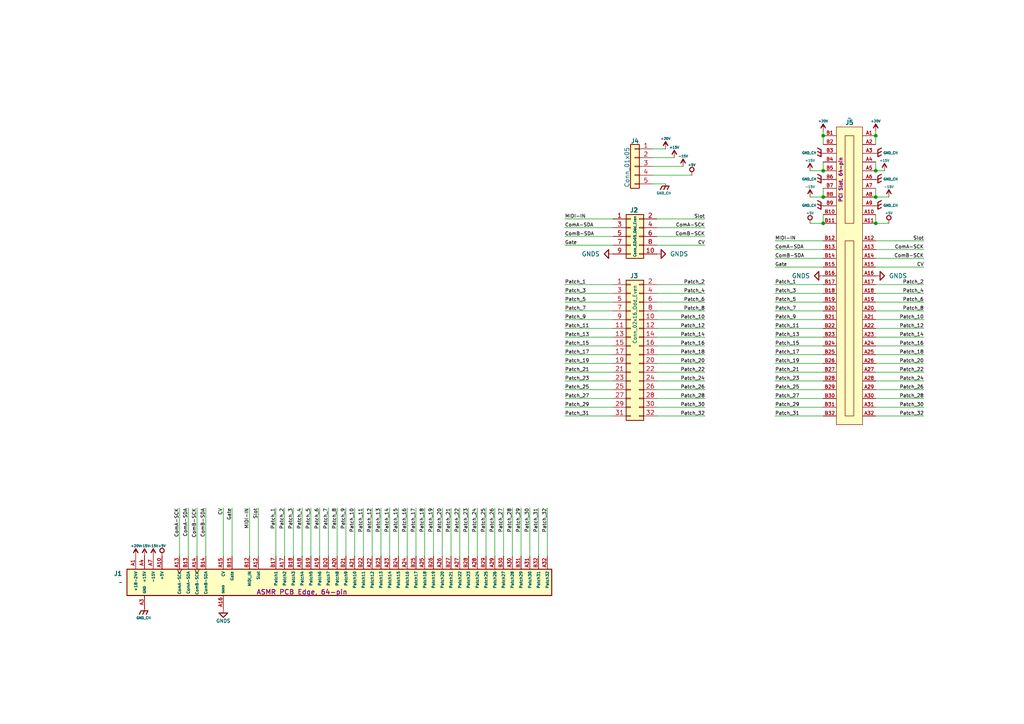
<source format=kicad_sch>
(kicad_sch (version 20250114) (generator "eeschema") (generator_version "9.0")
  (paper "A4")
  (title_block (title "ASMR - Edge Card and Socket Text PCB") (date "2025-08-17") (rev "A") (company "by Circuit Monkey"))
  (lib_symbols
    (symbol "CM_Connector_Edge:ASMR-64-Edge" (in_bom no)
      (property "Reference" "J" (at -36.83 1.27 0))
      (property "Description" "ASMR PCB Edge, 64-pin" (at 20.32 -1.27 0))
      (symbol "ASMR-64-Edge_1_1"
        (rectangle (start -35.56 5.08) (end 87.63 -2.54) (stroke (width 0.3)) (fill (type background)))
        (pin power_out line (at -33.02 8.89 270) (length 3.81) (name "+18-24V") (number "A1"))
        (pin power_out line (at -33.02 8.89 270) (length 3.81) (hide yes) (name "+18-24V") (number "A2"))
        (pin power_out line (at -33.02 8.89 270) (length 3.81) (hide yes) (name "+18-24V") (number "B1"))
        (pin power_out line (at -33.02 8.89 270) (length 3.81) (hide yes) (name "+18-24V") (number "B2"))
        (pin power_out line (at -30.48 8.89 270) (length 3.81) (name "+15V") (number "A4"))
        (pin power_out line (at -30.48 8.89 270) (length 3.81) (hide yes) (name "+15V") (number "A5"))
        (pin power_out line (at -30.48 8.89 270) (length 3.81) (hide yes) (name "+15V") (number "B4"))
        (pin power_out line (at -30.48 8.89 270) (length 3.81) (hide yes) (name "+15V") (number "B5"))
        (pin power_out line (at -30.48 -6.35 90) (length 3.81) (name "GND") (number "A3"))
        (pin power_out line (at -30.48 -6.35 90) (length 3.81) (hide yes) (name "GND") (number "A6"))
        (pin power_out line (at -30.48 -6.35 90) (length 3.81) (hide yes) (name "GND") (number "A9"))
        (pin power_out line (at -30.48 -6.35 90) (length 3.81) (hide yes) (name "GND") (number "B3"))
        (pin power_out line (at -30.48 -6.35 90) (length 3.81) (hide yes) (name "GND") (number "B6"))
        (pin power_out line (at -30.48 -6.35 90) (length 3.81) (hide yes) (name "GND") (number "B9"))
        (pin power_out line (at -27.94 8.89 270) (length 3.81) (name "-15V") (number "A7"))
        (pin power_out line (at -27.94 8.89 270) (length 3.81) (hide yes) (name "-15V") (number "A8"))
        (pin power_out line (at -27.94 8.89 270) (length 3.81) (hide yes) (name "-15V") (number "B7"))
        (pin power_out line (at -27.94 8.89 270) (length 3.81) (hide yes) (name "-15V") (number "B8"))
        (pin power_out line (at -25.4 8.89 270) (length 3.81) (name "+5V") (number "A10"))
        (pin power_out line (at -25.4 8.89 270) (length 3.81) (hide yes) (name "+5V") (number "A11"))
        (pin power_out line (at -25.4 8.89 270) (length 3.81) (hide yes) (name "+5V") (number "B10"))
        (pin power_out line (at -25.4 8.89 270) (length 3.81) (hide yes) (name "+5V") (number "B11"))
        (pin passive clock (at -20.32 8.89 270) (length 3.81) (name "ComA-SCK") (number "A13"))
        (pin passive line (at -17.78 8.89 270) (length 3.81) (name "ComA-SDA") (number "B13"))
        (pin passive clock (at -15.24 8.89 270) (length 3.81) (name "ComB-SCK") (number "A14"))
        (pin passive line (at -12.7 8.89 270) (length 3.81) (name "ComB-SDA") (number "B14"))
        (pin passive line (at -7.62 8.89 270) (length 3.81) (name "CV") (number "A15"))
        (pin passive line (at -7.62 -6.35 90) (length 3.81) (name "SGND") (number "A16"))
        (pin passive line (at -7.62 -6.35 90) (length 3.81) (hide yes) (name "SGND") (number "B16"))
        (pin passive line (at -5.08 8.89 270) (length 3.81) (name "Gate") (number "B15"))
        (pin output line (at 0 8.89 270) (length 3.81) (name "MIDI_IN") (number "B12"))
        (pin passive line (at 2.54 8.89 270) (length 3.81) (name "Slot") (number "A12"))
        (pin passive line (at 7.62 8.89 270) (length 3.81) (name "Patch1") (number "B17"))
        (pin passive line (at 10.16 8.89 270) (length 3.81) (name "Patch2") (number "A17"))
        (pin passive line (at 12.7 8.89 270) (length 3.81) (name "Patch3") (number "B18"))
        (pin passive line (at 15.24 8.89 270) (length 3.81) (name "Patch4") (number "A18"))
        (pin passive line (at 17.78 8.89 270) (length 3.81) (name "Patch5") (number "B19"))
        (pin passive line (at 20.32 8.89 270) (length 3.81) (name "Patch6") (number "A19"))
        (pin passive line (at 22.86 8.89 270) (length 3.81) (name "Patch7") (number "B20"))
        (pin passive line (at 25.4 8.89 270) (length 3.81) (name "Patch8") (number "A20"))
        (pin passive line (at 27.94 8.89 270) (length 3.81) (name "Patch9") (number "B21"))
        (pin passive line (at 30.48 8.89 270) (length 3.81) (name "Patch10") (number "A21"))
        (pin passive line (at 33.02 8.89 270) (length 3.81) (name "Patch11") (number "B22"))
        (pin passive line (at 35.56 8.89 270) (length 3.81) (name "Patch12") (number "A22"))
        (pin passive line (at 38.1 8.89 270) (length 3.81) (name "Patch13") (number "B23"))
        (pin passive line (at 40.64 8.89 270) (length 3.81) (name "Patch14") (number "A23"))
        (pin passive line (at 43.18 8.89 270) (length 3.81) (name "Patch15") (number "B24"))
        (pin passive line (at 45.72 8.89 270) (length 3.81) (name "Patch16") (number "A24"))
        (pin passive line (at 48.26 8.89 270) (length 3.81) (name "Patch17") (number "B25"))
        (pin passive line (at 50.8 8.89 270) (length 3.81) (name "Patch18") (number "A25"))
        (pin passive line (at 53.34 8.89 270) (length 3.81) (name "Patch19") (number "B26"))
        (pin passive line (at 55.88 8.89 270) (length 3.81) (name "Patch20") (number "A26"))
        (pin passive line (at 58.42 8.89 270) (length 3.81) (name "Patch21") (number "B27"))
        (pin passive line (at 60.96 8.89 270) (length 3.81) (name "Patch22") (number "A27"))
        (pin passive line (at 63.5 8.89 270) (length 3.81) (name "Patch23") (number "B28"))
        (pin passive line (at 66.04 8.89 270) (length 3.81) (name "Patch24") (number "A28"))
        (pin passive line (at 68.58 8.89 270) (length 3.81) (name "Patch25") (number "B29"))
        (pin passive line (at 71.12 8.89 270) (length 3.81) (name "Patch26") (number "A29"))
        (pin passive line (at 73.66 8.89 270) (length 3.81) (name "Patch27") (number "B30"))
        (pin passive line (at 76.2 8.89 270) (length 3.81) (name "Patch28") (number "A30"))
        (pin passive line (at 78.74 8.89 270) (length 3.81) (name "Patch29") (number "B31"))
        (pin passive line (at 81.28 8.89 270) (length 3.81) (name "Patch30") (number "A31"))
        (pin passive line (at 83.82 8.89 270) (length 3.81) (name "Patch31") (number "B32"))
        (pin passive line (at 86.36 8.89 270) (length 3.81) (name "Patch32") (number "A32"))
      )
    )
    (symbol "CM_Connector_Edge:PCIe-64" (pin_names (hide yes))
      (property "Reference" "J" (at 0 31.75 0))
      (property "Description" "PCI Slot, 64-pin" (at -2.54 15.24 90))
      (symbol "PCIe-64_0_1"
        (rectangle (start -1.27 27.94) (end 1.27 2.54) (fill (type color) (color 132 132 0 0.31)))
        (rectangle (start -1.27 -2.54) (end 1.27 -53.34) (fill (type color) (color 132 132 0 0.31)))
      )
      (symbol "PCIe-64_1_1"
        (rectangle (start -3.81 30.48) (end 3.81 -55.88) (fill (type background)))
        (pin power_in line (at -7.62 27.94 0) (length 3.81) (name "B1") (number "B1"))
        (pin power_in line (at -7.62 25.4 0) (length 3.81) (name "B2") (number "B2"))
        (pin power_in line (at -7.62 22.86 0) (length 3.81) (name "B3") (number "B3"))
        (pin power_in line (at -7.62 20.32 0) (length 3.81) (name "B4") (number "B4"))
        (pin power_in line (at -7.62 17.78 0) (length 3.81) (name "B5") (number "B5"))
        (pin power_in line (at -7.62 15.24 0) (length 3.81) (name "B6") (number "B6"))
        (pin power_in line (at -7.62 12.7 0) (length 3.81) (name "B7") (number "B7"))
        (pin passive line (at -7.62 10.16 0) (length 3.81) (name "B8") (number "B8"))
        (pin passive line (at -7.62 7.62 0) (length 3.81) (name "B9") (number "B9"))
        (pin passive line (at -7.62 5.08 0) (length 3.81) (name "B10") (number "B10"))
        (pin passive line (at -7.62 2.54 0) (length 3.81) (name "B11") (number "B11"))
        (pin passive line (at -7.62 -2.54 0) (length 3.81) (name "B12") (number "B12"))
        (pin passive line (at -7.62 -5.08 0) (length 3.81) (name "B13") (number "B13"))
        (pin passive line (at -7.62 -7.62 0) (length 3.81) (name "B14") (number "B14"))
        (pin passive line (at -7.62 -10.16 0) (length 3.81) (name "B15") (number "B15"))
        (pin passive line (at -7.62 -12.7 0) (length 3.81) (name "B16") (number "B16"))
        (pin passive line (at -7.62 -15.24 0) (length 3.81) (name "B17") (number "B17"))
        (pin passive line (at -7.62 -17.78 0) (length 3.81) (name "B18") (number "B18"))
        (pin passive line (at -7.62 -20.32 0) (length 3.81) (name "B19") (number "B19"))
        (pin passive line (at -7.62 -22.86 0) (length 3.81) (name "B20") (number "B20"))
        (pin passive line (at -7.62 -25.4 0) (length 3.81) (name "B21") (number "B21"))
        (pin passive line (at -7.62 -27.94 0) (length 3.81) (name "B22") (number "B22"))
        (pin passive line (at -7.62 -30.48 0) (length 3.81) (name "B23") (number "B23"))
        (pin passive line (at -7.62 -33.02 0) (length 3.81) (name "B24") (number "B24"))
        (pin passive line (at -7.62 -35.56 0) (length 3.81) (name "B25") (number "B25"))
        (pin passive line (at -7.62 -38.1 0) (length 3.81) (name "B26") (number "B26"))
        (pin passive line (at -7.62 -40.64 0) (length 3.81) (name "B27") (number "B27"))
        (pin passive line (at -7.62 -43.18 0) (length 3.81) (name "B28") (number "B28"))
        (pin passive line (at -7.62 -45.72 0) (length 3.81) (name "B29") (number "B29"))
        (pin passive line (at -7.62 -48.26 0) (length 3.81) (name "B30") (number "B30"))
        (pin passive line (at -7.62 -50.8 0) (length 3.81) (name "B31") (number "B31"))
        (pin passive line (at -7.62 -53.34 0) (length 3.81) (name "B32") (number "B32"))
        (pin power_in line (at 7.62 27.94 180) (length 3.81) (name "A1") (number "A1"))
        (pin power_in line (at 7.62 25.4 180) (length 3.81) (name "A2") (number "A2"))
        (pin power_in line (at 7.62 22.86 180) (length 3.81) (name "A3") (number "A3"))
        (pin power_in line (at 7.62 20.32 180) (length 3.81) (name "A4") (number "A4"))
        (pin power_in line (at 7.62 17.78 180) (length 3.81) (name "A5") (number "A5"))
        (pin power_in line (at 7.62 15.24 180) (length 3.81) (name "A6") (number "A6"))
        (pin power_in line (at 7.62 12.7 180) (length 3.81) (name "A7") (number "A7"))
        (pin passive line (at 7.62 10.16 180) (length 3.81) (name "A8") (number "A8"))
        (pin passive line (at 7.62 7.62 180) (length 3.81) (name "A9") (number "A9"))
        (pin passive line (at 7.62 5.08 180) (length 3.81) (name "A10") (number "A10"))
        (pin passive line (at 7.62 2.54 180) (length 3.81) (name "A11") (number "A11"))
        (pin passive line (at 7.62 -2.54 180) (length 3.81) (name "A12") (number "A12"))
        (pin passive line (at 7.62 -5.08 180) (length 3.81) (name "A13") (number "A13"))
        (pin passive line (at 7.62 -7.62 180) (length 3.81) (name "A14") (number "A14"))
        (pin passive line (at 7.62 -10.16 180) (length 3.81) (name "A15") (number "A15"))
        (pin passive line (at 7.62 -12.7 180) (length 3.81) (name "A16") (number "A16"))
        (pin passive line (at 7.62 -15.24 180) (length 3.81) (name "A17") (number "A17"))
        (pin passive line (at 7.62 -17.78 180) (length 3.81) (name "A18") (number "A18"))
        (pin passive line (at 7.62 -20.32 180) (length 3.81) (name "A19") (number "A19"))
        (pin passive line (at 7.62 -22.86 180) (length 3.81) (name "A20") (number "A20"))
        (pin passive line (at 7.62 -25.4 180) (length 3.81) (name "A21") (number "A21"))
        (pin passive line (at 7.62 -27.94 180) (length 3.81) (name "A22") (number "A22"))
        (pin passive line (at 7.62 -30.48 180) (length 3.81) (name "A23") (number "A23"))
        (pin passive line (at 7.62 -33.02 180) (length 3.81) (name "A24") (number "A24"))
        (pin passive line (at 7.62 -35.56 180) (length 3.81) (name "A25") (number "A25"))
        (pin passive line (at 7.62 -38.1 180) (length 3.81) (name "A26") (number "A26"))
        (pin passive line (at 7.62 -40.64 180) (length 3.81) (name "A27") (number "A27"))
        (pin passive line (at 7.62 -43.18 180) (length 3.81) (name "A28") (number "A28"))
        (pin passive line (at 7.62 -45.72 180) (length 3.81) (name "A29") (number "A29"))
        (pin passive line (at 7.62 -48.26 180) (length 3.81) (name "A30") (number "A30"))
        (pin passive line (at 7.62 -50.8 180) (length 3.81) (name "A31") (number "A31"))
        (pin passive line (at 7.62 -53.34 180) (length 3.81) (name "A32") (number "A32"))
      )
    )
    (symbol "CM_power:+15V" (power) (pin_numbers (hide yes)) (pin_names (offset 0) (hide yes))
      (property "Value" "+15V" (at 0 2.5 0))
      (symbol "+15V_0_1"
        (polyline (pts (xy -0.625 1) (xy 0 2.125) (xy 0.625 1)) (stroke (width 0.33)))
        (polyline (pts (xy 0 0) (xy 0 2)))
      )
      (symbol "+15V_1_1"
        (pin power_in line (at 0 0 90) (length 0) (name "~") (number "1"))
      )
    )
    (symbol "CM_power:+20V" (power) (pin_numbers (hide yes)) (pin_names (offset 0) (hide yes))
      (property "Value" "+20V" (at 0 2.5 0))
      (symbol "+20V_0_1"
        (polyline (pts (xy -0.625 1) (xy 0 2.125) (xy 0.625 1)) (stroke (width 0.33)))
        (polyline (pts (xy 0 0) (xy 0 1.75)))
      )
      (symbol "+20V_1_1"
        (polyline (pts (xy -0.25 1.5) (xy 0.25 1.5)) (stroke (width 0.3)))
        (pin power_in line (at 0 0 90) (length 0) (name "~") (number "1"))
      )
    )
    (symbol "CM_power:+5V" (power) (pin_numbers (hide yes)) (pin_names (offset 0) (hide yes))
      (property "Value" "+5V" (at 0 2.5 0))
      (symbol "+5V_0_1"
        (circle (center 0 1.625) (radius 0.625) (stroke (width 0.3)))
        (polyline (pts (xy 0 0) (xy 0 1)))
      )
      (symbol "+5V_1_1"
        (pin power_in line (at 0 0 90) (length 0) (name "~") (number "1"))
      )
    )
    (symbol "CM_power:-15V" (power) (pin_numbers (hide yes)) (pin_names (offset 0) (hide yes))
      (property "Value" "-15V" (at 0 2.5 0))
      (symbol "-15V_0_1"
        (polyline (pts (xy -0.625 1) (xy 0 2.125) (xy 0.625 1)) (stroke (width 0.33)))
        (polyline (pts (xy -0.125 1.625) (xy 0.125 1.625)) (stroke (width 0.09)))
        (polyline (pts (xy -0.125 1.375) (xy 0.125 1.375)) (stroke (width 0.09)))
        (polyline (pts (xy -0.125 1.125) (xy 0.125 1.125)) (stroke (width 0.09)))
        (polyline (pts (xy 0 0) (xy 0 2)))
      )
      (symbol "-15V_1_1"
        (pin power_in line (at 0 0 90) (length 0) (name "~") (number "1"))
      )
    )
    (symbol "CM_power:GNDS" (power) (pin_numbers (hide yes)) (pin_names (offset 0) (hide yes))
      (property "Value" "GNDS" (at 0 -3.81 0))
      (symbol "GNDS_0_1"
        (polyline (pts (xy 0 0) (xy 0 -1.25)))
        (polyline (pts (xy 0 -1.27) (xy 1.27 -1.27) (xy 0 -2.54) (xy -1.27 -1.27) (xy 0 -1.27)) (stroke (width 0.3)))
      )
      (symbol "GNDS_1_1"
        (pin power_in line (at 0 0 270) (length 0) (name "~") (number "1"))
      )
    )
    (symbol "CM_power:GND_CH" (power) (pin_numbers (hide yes)) (pin_names (offset 0) (hide yes))
      (property "Value" "GND_CH" (at 0 -2.1 0))
      (symbol "GND_CH_0_1"
        (polyline (pts (xy -1.5 -1.625) (xy -1 -0.625) (xy 1 -0.625) (xy 0.5 -1.625)) (stroke (width 0.3)))
        (polyline (pts (xy 0 -0.625) (xy -0.5 -1.625)) (stroke (width 0.3)))
        (polyline (pts (xy 0 -0.625) (xy 0 0)))
      )
      (symbol "GND_CH_1_1"
        (pin power_in line (at 0 0 270) (length 0) (name "~") (number "1"))
      )
    )
    (symbol "Connector_Generic:Conn_01x05" (pin_names (offset 1.016) (hide yes))
      (property "Reference" "J" (at 0 7.62 0))
      (property "Value" "Conn_01x05" (at 0 -7.62 0))
      (symbol "Conn_01x05_1_1"
        (rectangle (start -1.27 6.35) (end 1.27 -6.35) (stroke (width 0.254)) (fill (type background)))
        (rectangle (start -1.27 5.207) (end 0 4.953) (stroke (width 0.1524)))
        (rectangle (start -1.27 2.667) (end 0 2.413) (stroke (width 0.1524)))
        (rectangle (start -1.27 0.127) (end 0 -0.127) (stroke (width 0.1524)))
        (rectangle (start -1.27 -2.413) (end 0 -2.667) (stroke (width 0.1524)))
        (rectangle (start -1.27 -4.953) (end 0 -5.207) (stroke (width 0.1524)))
        (pin passive line (at -5.08 5.08 0) (length 3.81) (name "Pin_1") (number "1"))
        (pin passive line (at -5.08 2.54 0) (length 3.81) (name "Pin_2") (number "2"))
        (pin passive line (at -5.08 0 0) (length 3.81) (name "Pin_3") (number "3"))
        (pin passive line (at -5.08 -2.54 0) (length 3.81) (name "Pin_4") (number "4"))
        (pin passive line (at -5.08 -5.08 0) (length 3.81) (name "Pin_5") (number "5"))
      )
    )
    (symbol "Connector_Generic:Conn_02x05_Odd_Even" (pin_names (offset 1.016) (hide yes))
      (property "Reference" "J" (at 1.27 7.62 0))
      (property "Value" "Conn_02x05_Odd_Even" (at 1.27 -7.62 0))
      (symbol "Conn_02x05_Odd_Even_1_1"
        (rectangle (start -1.27 6.35) (end 3.81 -6.35) (stroke (width 0.254)) (fill (type background)))
        (rectangle (start -1.27 5.207) (end 0 4.953) (stroke (width 0.1524)))
        (rectangle (start -1.27 2.667) (end 0 2.413) (stroke (width 0.1524)))
        (rectangle (start -1.27 0.127) (end 0 -0.127) (stroke (width 0.1524)))
        (rectangle (start -1.27 -2.413) (end 0 -2.667) (stroke (width 0.1524)))
        (rectangle (start -1.27 -4.953) (end 0 -5.207) (stroke (width 0.1524)))
        (rectangle (start 3.81 5.207) (end 2.54 4.953) (stroke (width 0.1524)))
        (rectangle (start 3.81 2.667) (end 2.54 2.413) (stroke (width 0.1524)))
        (rectangle (start 3.81 0.127) (end 2.54 -0.127) (stroke (width 0.1524)))
        (rectangle (start 3.81 -2.413) (end 2.54 -2.667) (stroke (width 0.1524)))
        (rectangle (start 3.81 -4.953) (end 2.54 -5.207) (stroke (width 0.1524)))
        (pin passive line (at -5.08 5.08 0) (length 3.81) (name "Pin_1") (number "1"))
        (pin passive line (at -5.08 2.54 0) (length 3.81) (name "Pin_3") (number "3"))
        (pin passive line (at -5.08 0 0) (length 3.81) (name "Pin_5") (number "5"))
        (pin passive line (at -5.08 -2.54 0) (length 3.81) (name "Pin_7") (number "7"))
        (pin passive line (at -5.08 -5.08 0) (length 3.81) (name "Pin_9") (number "9"))
        (pin passive line (at 7.62 5.08 180) (length 3.81) (name "Pin_2") (number "2"))
        (pin passive line (at 7.62 2.54 180) (length 3.81) (name "Pin_4") (number "4"))
        (pin passive line (at 7.62 0 180) (length 3.81) (name "Pin_6") (number "6"))
        (pin passive line (at 7.62 -2.54 180) (length 3.81) (name "Pin_8") (number "8"))
        (pin passive line (at 7.62 -5.08 180) (length 3.81) (name "Pin_10") (number "10"))
      )
    )
    (symbol "Connector_Generic:Conn_02x16_Odd_Even" (pin_names (offset 1.016) (hide yes))
      (property "Reference" "J" (at 1.27 20.32 0))
      (property "Value" "Conn_02x16_Odd_Even" (at 1.27 -22.86 0))
      (symbol "Conn_02x16_Odd_Even_1_1"
        (rectangle (start -1.27 19.05) (end 3.81 -21.59) (stroke (width 0.254)) (fill (type background)))
        (rectangle (start -1.27 17.907) (end 0 17.653) (stroke (width 0.1524)))
        (rectangle (start -1.27 15.367) (end 0 15.113) (stroke (width 0.1524)))
        (rectangle (start -1.27 12.827) (end 0 12.573) (stroke (width 0.1524)))
        (rectangle (start -1.27 10.287) (end 0 10.033) (stroke (width 0.1524)))
        (rectangle (start -1.27 7.747) (end 0 7.493) (stroke (width 0.1524)))
        (rectangle (start -1.27 5.207) (end 0 4.953) (stroke (width 0.1524)))
        (rectangle (start -1.27 2.667) (end 0 2.413) (stroke (width 0.1524)))
        (rectangle (start -1.27 0.127) (end 0 -0.127) (stroke (width 0.1524)))
        (rectangle (start -1.27 -2.413) (end 0 -2.667) (stroke (width 0.1524)))
        (rectangle (start -1.27 -4.953) (end 0 -5.207) (stroke (width 0.1524)))
        (rectangle (start -1.27 -7.493) (end 0 -7.747) (stroke (width 0.1524)))
        (rectangle (start -1.27 -10.033) (end 0 -10.287) (stroke (width 0.1524)))
        (rectangle (start -1.27 -12.573) (end 0 -12.827) (stroke (width 0.1524)))
        (rectangle (start -1.27 -15.113) (end 0 -15.367) (stroke (width 0.1524)))
        (rectangle (start -1.27 -17.653) (end 0 -17.907) (stroke (width 0.1524)))
        (rectangle (start -1.27 -20.193) (end 0 -20.447) (stroke (width 0.1524)))
        (rectangle (start 3.81 17.907) (end 2.54 17.653) (stroke (width 0.1524)))
        (rectangle (start 3.81 15.367) (end 2.54 15.113) (stroke (width 0.1524)))
        (rectangle (start 3.81 12.827) (end 2.54 12.573) (stroke (width 0.1524)))
        (rectangle (start 3.81 10.287) (end 2.54 10.033) (stroke (width 0.1524)))
        (rectangle (start 3.81 7.747) (end 2.54 7.493) (stroke (width 0.1524)))
        (rectangle (start 3.81 5.207) (end 2.54 4.953) (stroke (width 0.1524)))
        (rectangle (start 3.81 2.667) (end 2.54 2.413) (stroke (width 0.1524)))
        (rectangle (start 3.81 0.127) (end 2.54 -0.127) (stroke (width 0.1524)))
        (rectangle (start 3.81 -2.413) (end 2.54 -2.667) (stroke (width 0.1524)))
        (rectangle (start 3.81 -4.953) (end 2.54 -5.207) (stroke (width 0.1524)))
        (rectangle (start 3.81 -7.493) (end 2.54 -7.747) (stroke (width 0.1524)))
        (rectangle (start 3.81 -10.033) (end 2.54 -10.287) (stroke (width 0.1524)))
        (rectangle (start 3.81 -12.573) (end 2.54 -12.827) (stroke (width 0.1524)))
        (rectangle (start 3.81 -15.113) (end 2.54 -15.367) (stroke (width 0.1524)))
        (rectangle (start 3.81 -17.653) (end 2.54 -17.907) (stroke (width 0.1524)))
        (rectangle (start 3.81 -20.193) (end 2.54 -20.447) (stroke (width 0.1524)))
        (pin passive line (at -5.08 17.78 0) (length 3.81) (name "Pin_1") (number "1"))
        (pin passive line (at -5.08 15.24 0) (length 3.81) (name "Pin_3") (number "3"))
        (pin passive line (at -5.08 12.7 0) (length 3.81) (name "Pin_5") (number "5"))
        (pin passive line (at -5.08 10.16 0) (length 3.81) (name "Pin_7") (number "7"))
        (pin passive line (at -5.08 7.62 0) (length 3.81) (name "Pin_9") (number "9"))
        (pin passive line (at -5.08 5.08 0) (length 3.81) (name "Pin_11") (number "11"))
        (pin passive line (at -5.08 2.54 0) (length 3.81) (name "Pin_13") (number "13"))
        (pin passive line (at -5.08 0 0) (length 3.81) (name "Pin_15") (number "15"))
        (pin passive line (at -5.08 -2.54 0) (length 3.81) (name "Pin_17") (number "17"))
        (pin passive line (at -5.08 -5.08 0) (length 3.81) (name "Pin_19") (number "19"))
        (pin passive line (at -5.08 -7.62 0) (length 3.81) (name "Pin_21") (number "21"))
        (pin passive line (at -5.08 -10.16 0) (length 3.81) (name "Pin_23") (number "23"))
        (pin passive line (at -5.08 -12.7 0) (length 3.81) (name "Pin_25") (number "25"))
        (pin passive line (at -5.08 -15.24 0) (length 3.81) (name "Pin_27") (number "27"))
        (pin passive line (at -5.08 -17.78 0) (length 3.81) (name "Pin_29") (number "29"))
        (pin passive line (at -5.08 -20.32 0) (length 3.81) (name "Pin_31") (number "31"))
        (pin passive line (at 7.62 17.78 180) (length 3.81) (name "Pin_2") (number "2"))
        (pin passive line (at 7.62 15.24 180) (length 3.81) (name "Pin_4") (number "4"))
        (pin passive line (at 7.62 12.7 180) (length 3.81) (name "Pin_6") (number "6"))
        (pin passive line (at 7.62 10.16 180) (length 3.81) (name "Pin_8") (number "8"))
        (pin passive line (at 7.62 7.62 180) (length 3.81) (name "Pin_10") (number "10"))
        (pin passive line (at 7.62 5.08 180) (length 3.81) (name "Pin_12") (number "12"))
        (pin passive line (at 7.62 2.54 180) (length 3.81) (name "Pin_14") (number "14"))
        (pin passive line (at 7.62 0 180) (length 3.81) (name "Pin_16") (number "16"))
        (pin passive line (at 7.62 -2.54 180) (length 3.81) (name "Pin_18") (number "18"))
        (pin passive line (at 7.62 -5.08 180) (length 3.81) (name "Pin_20") (number "20"))
        (pin passive line (at 7.62 -7.62 180) (length 3.81) (name "Pin_22") (number "22"))
        (pin passive line (at 7.62 -10.16 180) (length 3.81) (name "Pin_24") (number "24"))
        (pin passive line (at 7.62 -12.7 180) (length 3.81) (name "Pin_26") (number "26"))
        (pin passive line (at 7.62 -15.24 180) (length 3.81) (name "Pin_28") (number "28"))
        (pin passive line (at 7.62 -17.78 180) (length 3.81) (name "Pin_30") (number "30"))
        (pin passive line (at 7.62 -20.32 180) (length 3.81) (name "Pin_32") (number "32"))
      )
    )
  )
  (junction (at 254 57.15))
  (junction (at 238.76 64.77))
  (junction (at 254 39.37))
  (junction (at 254 49.53))
  (junction (at 238.76 49.53))
  (junction (at 238.76 57.15))
  (junction (at 254 64.77))
  (junction (at 238.76 39.37))
  (wire (pts (xy 57.15 147.32) (xy 57.15 161.29)))
  (wire (pts (xy 148.59 147.32) (xy 148.59 161.29)))
  (wire (pts (xy 267.97 87.63) (xy 254 87.63)))
  (wire (pts (xy 163.83 95.25) (xy 177.8 95.25)))
  (wire (pts (xy 85.09 147.32) (xy 85.09 161.29)))
  (wire (pts (xy 189.23 43.18) (xy 193.04 43.18)))
  (wire (pts (xy 224.79 95.25) (xy 238.76 95.25)))
  (wire (pts (xy 224.79 92.71) (xy 238.76 92.71)))
  (wire (pts (xy 234.95 49.53) (xy 238.76 49.53)))
  (wire (pts (xy 234.95 64.77) (xy 238.76 64.77)))
  (wire (pts (xy 189.23 53.34) (xy 193.04 53.34)))
  (wire (pts (xy 163.83 92.71) (xy 177.8 92.71)))
  (wire (pts (xy 224.79 82.55) (xy 238.76 82.55)))
  (wire (pts (xy 238.76 38.1) (xy 238.76 39.37)))
  (wire (pts (xy 204.47 82.55) (xy 190.5 82.55)))
  (wire (pts (xy 204.47 115.57) (xy 190.5 115.57)))
  (wire (pts (xy 204.47 71.12) (xy 190.5 71.12)))
  (wire (pts (xy 118.11 147.32) (xy 118.11 161.29)))
  (wire (pts (xy 204.47 85.09) (xy 190.5 85.09)))
  (wire (pts (xy 107.95 147.32) (xy 107.95 161.29)))
  (wire (pts (xy 153.67 147.32) (xy 153.67 161.29)))
  (wire (pts (xy 224.79 110.49) (xy 238.76 110.49)))
  (wire (pts (xy 163.83 87.63) (xy 177.8 87.63)))
  (wire (pts (xy 267.97 72.39) (xy 254 72.39)))
  (wire (pts (xy 224.79 87.63) (xy 238.76 87.63)))
  (wire (pts (xy 54.61 147.32) (xy 54.61 161.29)))
  (wire (pts (xy 224.79 97.79) (xy 238.76 97.79)))
  (wire (pts (xy 130.81 147.32) (xy 130.81 161.29)))
  (wire (pts (xy 224.79 115.57) (xy 238.76 115.57)))
  (wire (pts (xy 204.47 95.25) (xy 190.5 95.25)))
  (wire (pts (xy 267.97 77.47) (xy 254 77.47)))
  (wire (pts (xy 95.25 147.32) (xy 95.25 161.29)))
  (wire (pts (xy 163.83 118.11) (xy 177.8 118.11)))
  (wire (pts (xy 254 38.1) (xy 254 39.37)))
  (wire (pts (xy 267.97 105.41) (xy 254 105.41)))
  (wire (pts (xy 267.97 97.79) (xy 254 97.79)))
  (wire (pts (xy 254 39.37) (xy 254 41.91)))
  (wire (pts (xy 224.79 102.87) (xy 238.76 102.87)))
  (wire (pts (xy 224.79 85.09) (xy 238.76 85.09)))
  (wire (pts (xy 238.76 62.23) (xy 238.76 64.77)))
  (wire (pts (xy 102.87 147.32) (xy 102.87 161.29)))
  (wire (pts (xy 133.35 147.32) (xy 133.35 161.29)))
  (wire (pts (xy 110.49 147.32) (xy 110.49 161.29)))
  (wire (pts (xy 224.79 100.33) (xy 238.76 100.33)))
  (wire (pts (xy 267.97 82.55) (xy 254 82.55)))
  (wire (pts (xy 163.83 100.33) (xy 177.8 100.33)))
  (wire (pts (xy 224.79 77.47) (xy 238.76 77.47)))
  (wire (pts (xy 92.71 147.32) (xy 92.71 161.29)))
  (wire (pts (xy 267.97 95.25) (xy 254 95.25)))
  (wire (pts (xy 204.47 105.41) (xy 190.5 105.41)))
  (wire (pts (xy 138.43 147.32) (xy 138.43 161.29)))
  (wire (pts (xy 204.47 118.11) (xy 190.5 118.11)))
  (wire (pts (xy 224.79 107.95) (xy 238.76 107.95)))
  (wire (pts (xy 224.79 72.39) (xy 238.76 72.39)))
  (wire (pts (xy 224.79 118.11) (xy 238.76 118.11)))
  (wire (pts (xy 105.41 147.32) (xy 105.41 161.29)))
  (wire (pts (xy 163.83 113.03) (xy 177.8 113.03)))
  (wire (pts (xy 267.97 90.17) (xy 254 90.17)))
  (wire (pts (xy 80.01 147.32) (xy 80.01 161.29)))
  (wire (pts (xy 97.79 147.32) (xy 97.79 161.29)))
  (wire (pts (xy 140.97 147.32) (xy 140.97 161.29)))
  (wire (pts (xy 163.83 97.79) (xy 177.8 97.79)))
  (wire (pts (xy 267.97 74.93) (xy 254 74.93)))
  (wire (pts (xy 204.47 68.58) (xy 190.5 68.58)))
  (wire (pts (xy 204.47 90.17) (xy 190.5 90.17)))
  (wire (pts (xy 234.95 57.15) (xy 238.76 57.15)))
  (wire (pts (xy 72.39 147.32) (xy 72.39 161.29)))
  (wire (pts (xy 64.77 147.32) (xy 64.77 161.29)))
  (wire (pts (xy 156.21 147.32) (xy 156.21 161.29)))
  (wire (pts (xy 204.47 66.04) (xy 190.5 66.04)))
  (wire (pts (xy 163.83 90.17) (xy 177.8 90.17)))
  (wire (pts (xy 254 57.15) (xy 257.81 57.15)))
  (wire (pts (xy 224.79 90.17) (xy 238.76 90.17)))
  (wire (pts (xy 204.47 102.87) (xy 190.5 102.87)))
  (wire (pts (xy 74.93 147.32) (xy 74.93 161.29)))
  (wire (pts (xy 146.05 147.32) (xy 146.05 161.29)))
  (wire (pts (xy 254 54.61) (xy 254 57.15)))
  (wire (pts (xy 67.31 147.32) (xy 67.31 161.29)))
  (wire (pts (xy 238.76 39.37) (xy 238.76 41.91)))
  (wire (pts (xy 238.76 54.61) (xy 238.76 57.15)))
  (wire (pts (xy 120.65 147.32) (xy 120.65 161.29)))
  (wire (pts (xy 204.47 63.5) (xy 190.5 63.5)))
  (wire (pts (xy 204.47 120.65) (xy 190.5 120.65)))
  (wire (pts (xy 128.27 147.32) (xy 128.27 161.29)))
  (wire (pts (xy 204.47 110.49) (xy 190.5 110.49)))
  (wire (pts (xy 163.83 66.04) (xy 177.8 66.04)))
  (wire (pts (xy 254 64.77) (xy 257.81 64.77)))
  (wire (pts (xy 87.63 147.32) (xy 87.63 161.29)))
  (wire (pts (xy 267.97 107.95) (xy 254 107.95)))
  (wire (pts (xy 135.89 147.32) (xy 135.89 161.29)))
  (wire (pts (xy 267.97 118.11) (xy 254 118.11)))
  (wire (pts (xy 125.73 147.32) (xy 125.73 161.29)))
  (wire (pts (xy 123.19 147.32) (xy 123.19 161.29)))
  (wire (pts (xy 204.47 97.79) (xy 190.5 97.79)))
  (wire (pts (xy 158.75 147.32) (xy 158.75 161.29)))
  (wire (pts (xy 254 46.99) (xy 254 49.53)))
  (wire (pts (xy 163.83 120.65) (xy 177.8 120.65)))
  (wire (pts (xy 163.83 110.49) (xy 177.8 110.49)))
  (wire (pts (xy 151.13 147.32) (xy 151.13 161.29)))
  (wire (pts (xy 100.33 147.32) (xy 100.33 161.29)))
  (wire (pts (xy 115.57 147.32) (xy 115.57 161.29)))
  (wire (pts (xy 254 62.23) (xy 254 64.77)))
  (wire (pts (xy 238.76 46.99) (xy 238.76 49.53)))
  (wire (pts (xy 163.83 85.09) (xy 177.8 85.09)))
  (wire (pts (xy 267.97 110.49) (xy 254 110.49)))
  (wire (pts (xy 224.79 113.03) (xy 238.76 113.03)))
  (wire (pts (xy 204.47 87.63) (xy 190.5 87.63)))
  (wire (pts (xy 82.55 147.32) (xy 82.55 161.29)))
  (wire (pts (xy 163.83 115.57) (xy 177.8 115.57)))
  (wire (pts (xy 254 49.53) (xy 256.54 49.53)))
  (wire (pts (xy 224.79 69.85) (xy 238.76 69.85)))
  (wire (pts (xy 52.07 147.32) (xy 52.07 161.29)))
  (wire (pts (xy 267.97 120.65) (xy 254 120.65)))
  (wire (pts (xy 267.97 100.33) (xy 254 100.33)))
  (wire (pts (xy 163.83 105.41) (xy 177.8 105.41)))
  (wire (pts (xy 224.79 105.41) (xy 238.76 105.41)))
  (wire (pts (xy 163.83 102.87) (xy 177.8 102.87)))
  (wire (pts (xy 204.47 100.33) (xy 190.5 100.33)))
  (wire (pts (xy 204.47 92.71) (xy 190.5 92.71)))
  (wire (pts (xy 163.83 63.5) (xy 177.8 63.5)))
  (wire (pts (xy 189.23 48.26) (xy 198.12 48.26)))
  (wire (pts (xy 224.79 120.65) (xy 238.76 120.65)))
  (wire (pts (xy 267.97 115.57) (xy 254 115.57)))
  (wire (pts (xy 267.97 69.85) (xy 254 69.85)))
  (wire (pts (xy 204.47 107.95) (xy 190.5 107.95)))
  (wire (pts (xy 163.83 68.58) (xy 177.8 68.58)))
  (wire (pts (xy 267.97 92.71) (xy 254 92.71)))
  (wire (pts (xy 267.97 113.03) (xy 254 113.03)))
  (wire (pts (xy 90.17 147.32) (xy 90.17 161.29)))
  (wire (pts (xy 163.83 82.55) (xy 177.8 82.55)))
  (wire (pts (xy 59.69 147.32) (xy 59.69 161.29)))
  (wire (pts (xy 189.23 50.8) (xy 200.66 50.8)))
  (wire (pts (xy 224.79 74.93) (xy 238.76 74.93)))
  (wire (pts (xy 267.97 102.87) (xy 254 102.87)))
  (wire (pts (xy 163.83 71.12) (xy 177.8 71.12)))
  (wire (pts (xy 163.83 107.95) (xy 177.8 107.95)))
  (wire (pts (xy 267.97 85.09) (xy 254 85.09)))
  (wire (pts (xy 113.03 147.32) (xy 113.03 161.29)))
  (wire (pts (xy 189.23 45.72) (xy 195.58 45.72)))
  (wire (pts (xy 204.47 113.03) (xy 190.5 113.03)))
  (wire (pts (xy 143.51 147.32) (xy 143.51 161.29)))
  (label "Patch_19" (at 224.79 105.41 0) (effects (font (size 1 1))))
  (label "Patch_19" (at 163.83 105.41 0) (effects (font (size 1 1))))
  (label "Patch_3" (at 85.09 147.32 270) (effects (font (size 1 1))))
  (label "Patch_2" (at 204.47 82.55 180) (effects (font (size 1 1))))
  (label "Patch_23" (at 224.79 110.49 0) (effects (font (size 1 1))))
  (label "Patch_15" (at 224.79 100.33 0) (effects (font (size 1 1))))
  (label "Patch_9" (at 224.79 92.71 0) (effects (font (size 1 1))))
  (label "Patch_27" (at 163.83 115.57 0) (effects (font (size 1 1))))
  (label "Patch_4" (at 204.47 85.09 180) (effects (font (size 1 1))))
  (label "Patch_27" (at 224.79 115.57 0) (effects (font (size 1 1))))
  (label "Patch_14" (at 267.97 97.79 180) (effects (font (size 1 1))))
  (label "ComB-SDA" (at 224.79 74.93 0) (effects (font (size 1 1))))
  (label "ComA-SCK" (at 204.47 66.04 180) (effects (font (size 1 1))))
  (label "Patch_26" (at 267.97 113.03 180) (effects (font (size 1 1))))
  (label "Patch_28" (at 204.47 115.57 180) (effects (font (size 1 1))))
  (label "ComA-SDA" (at 54.61 147.32 270) (effects (font (size 1 1))))
  (label "Patch_16" (at 267.97 100.33 180) (effects (font (size 1 1))))
  (label "Patch_6" (at 267.97 87.63 180) (effects (font (size 1 1))))
  (label "Patch_22" (at 204.47 107.95 180) (effects (font (size 1 1))))
  (label "Patch_19" (at 125.73 147.32 270) (effects (font (size 1 1))))
  (label "Patch_23" (at 163.83 110.49 0) (effects (font (size 1 1))))
  (label "Patch_13" (at 224.79 97.79 0) (effects (font (size 1 1))))
  (label "Patch_15" (at 163.83 100.33 0) (effects (font (size 1 1))))
  (label "Patch_10" (at 102.87 147.32 270) (effects (font (size 1 1))))
  (label "Patch_32" (at 158.75 147.32 270) (effects (font (size 1 1))))
  (label "Patch_29" (at 163.83 118.11 0) (effects (font (size 1 1))))
  (label "Patch_8" (at 97.79 147.32 270) (effects (font (size 1 1))))
  (label "ComB-SCK" (at 57.15 147.32 270) (effects (font (size 1 1))))
  (label "Patch_24" (at 138.43 147.32 270) (effects (font (size 1 1))))
  (label "CV" (at 64.77 147.32 270) (effects (font (size 1 1))))
  (label "Patch_22" (at 267.97 107.95 180) (effects (font (size 1 1))))
  (label "Patch_11" (at 105.41 147.32 270) (effects (font (size 1 1))))
  (label "Slot" (at 267.97 69.85 180) (effects (font (size 1 1))))
  (label "Patch_20" (at 128.27 147.32 270) (effects (font (size 1 1))))
  (label "Patch_7" (at 224.79 90.17 0) (effects (font (size 1 1))))
  (label "Patch_6" (at 92.71 147.32 270) (effects (font (size 1 1))))
  (label "Patch_26" (at 143.51 147.32 270) (effects (font (size 1 1))))
  (label "ComB-SDA" (at 59.69 147.32 270) (effects (font (size 1 1))))
  (label "Patch_1" (at 224.79 82.55 0) (effects (font (size 1 1))))
  (label "ComA-SDA" (at 224.79 72.39 0) (effects (font (size 1 1))))
  (label "Patch_1" (at 163.83 82.55 0) (effects (font (size 1 1))))
  (label "Patch_11" (at 163.83 95.25 0) (effects (font (size 1 1))))
  (label "Patch_10" (at 204.47 92.71 180) (effects (font (size 1 1))))
  (label "Patch_30" (at 267.97 118.11 180) (effects (font (size 1 1))))
  (label "Patch_16" (at 204.47 100.33 180) (effects (font (size 1 1))))
  (label "Patch_1" (at 80.01 147.32 270) (effects (font (size 1 1))))
  (label "Patch_17" (at 224.79 102.87 0) (effects (font (size 1 1))))
  (label "Patch_12" (at 107.95 147.32 270) (effects (font (size 1 1))))
  (label "Patch_5" (at 224.79 87.63 0) (effects (font (size 1 1))))
  (label "Gate" (at 163.83 71.12 0) (effects (font (size 1 1))))
  (label "Patch_27" (at 146.05 147.32 270) (effects (font (size 1 1))))
  (label "Patch_29" (at 224.79 118.11 0) (effects (font (size 1 1))))
  (label "Patch_24" (at 204.47 110.49 180) (effects (font (size 1 1))))
  (label "Patch_24" (at 267.97 110.49 180) (effects (font (size 1 1))))
  (label "Patch_12" (at 267.97 95.25 180) (effects (font (size 1 1))))
  (label "Patch_25" (at 163.83 113.03 0) (effects (font (size 1 1))))
  (label "Patch_11" (at 224.79 95.25 0) (effects (font (size 1 1))))
  (label "Patch_18" (at 267.97 102.87 180) (effects (font (size 1 1))))
  (label "Patch_31" (at 156.21 147.32 270) (effects (font (size 1 1))))
  (label "Patch_21" (at 163.83 107.95 0) (effects (font (size 1 1))))
  (label "ComB-SCK" (at 204.47 68.58 180) (effects (font (size 1 1))))
  (label "Patch_20" (at 204.47 105.41 180) (effects (font (size 1 1))))
  (label "Patch_3" (at 224.79 85.09 0) (effects (font (size 1 1))))
  (label "Patch_9" (at 100.33 147.32 270) (effects (font (size 1 1))))
  (label "Patch_13" (at 110.49 147.32 270) (effects (font (size 1 1))))
  (label "Patch_30" (at 204.47 118.11 180) (effects (font (size 1 1))))
  (label "Patch_4" (at 87.63 147.32 270) (effects (font (size 1 1))))
  (label "Patch_17" (at 163.83 102.87 0) (effects (font (size 1 1))))
  (label "Patch_2" (at 267.97 82.55 180) (effects (font (size 1 1))))
  (label "MIDI-IN" (at 163.83 63.5 0) (effects (font (size 1 1))))
  (label "Patch_31" (at 224.79 120.65 0) (effects (font (size 1 1))))
  (label "Patch_5" (at 90.17 147.32 270) (effects (font (size 1 1))))
  (label "Patch_32" (at 204.47 120.65 180) (effects (font (size 1 1))))
  (label "MIDI-IN" (at 224.79 69.85 0) (effects (font (size 1 1))))
  (label "ComB-SDA" (at 163.83 68.58 0) (effects (font (size 1 1))))
  (label "Patch_23" (at 135.89 147.32 270) (effects (font (size 1 1))))
  (label "Patch_28" (at 148.59 147.32 270) (effects (font (size 1 1))))
  (label "Patch_4" (at 267.97 85.09 180) (effects (font (size 1 1))))
  (label "Patch_29" (at 151.13 147.32 270) (effects (font (size 1 1))))
  (label "ComA-SCK" (at 52.07 147.32 270) (effects (font (size 1 1))))
  (label "Patch_21" (at 130.81 147.32 270) (effects (font (size 1 1))))
  (label "Gate" (at 224.79 77.47 0) (effects (font (size 1 1))))
  (label "Slot" (at 204.47 63.5 180) (effects (font (size 1 1))))
  (label "Patch_14" (at 113.03 147.32 270) (effects (font (size 1 1))))
  (label "Patch_14" (at 204.47 97.79 180) (effects (font (size 1 1))))
  (label "Patch_5" (at 163.83 87.63 0) (effects (font (size 1 1))))
  (label "Patch_10" (at 267.97 92.71 180) (effects (font (size 1 1))))
  (label "Patch_28" (at 267.97 115.57 180) (effects (font (size 1 1))))
  (label "Patch_22" (at 133.35 147.32 270) (effects (font (size 1 1))))
  (label "Patch_26" (at 204.47 113.03 180) (effects (font (size 1 1))))
  (label "ComB-SCK" (at 267.97 74.93 180) (effects (font (size 1 1))))
  (label "Patch_15" (at 115.57 147.32 270) (effects (font (size 1 1))))
  (label "Patch_25" (at 224.79 113.03 0) (effects (font (size 1 1))))
  (label "Patch_9" (at 163.83 92.71 0) (effects (font (size 1 1))))
  (label "ComA-SCK" (at 267.97 72.39 180) (effects (font (size 1 1))))
  (label "Patch_13" (at 163.83 97.79 0) (effects (font (size 1 1))))
  (label "Patch_18" (at 123.19 147.32 270) (effects (font (size 1 1))))
  (label "CV" (at 204.47 71.12 180) (effects (font (size 1 1))))
  (label "Patch_18" (at 204.47 102.87 180) (effects (font (size 1 1))))
  (label "Patch_6" (at 204.47 87.63 180) (effects (font (size 1 1))))
  (label "Slot" (at 74.93 147.32 270) (effects (font (size 1 1))))
  (label "Patch_17" (at 120.65 147.32 270) (effects (font (size 1 1))))
  (label "Patch_25" (at 140.97 147.32 270) (effects (font (size 1 1))))
  (label "Patch_8" (at 267.97 90.17 180) (effects (font (size 1 1))))
  (label "Patch_7" (at 163.83 90.17 0) (effects (font (size 1 1))))
  (label "CV" (at 267.97 77.47 180) (effects (font (size 1 1))))
  (label "ComA-SDA" (at 163.83 66.04 0) (effects (font (size 1 1))))
  (label "Patch_16" (at 118.11 147.32 270) (effects (font (size 1 1))))
  (label "Patch_32" (at 267.97 120.65 180) (effects (font (size 1 1))))
  (label "Patch_30" (at 153.67 147.32 270) (effects (font (size 1 1))))
  (label "Patch_31" (at 163.83 120.65 0) (effects (font (size 1 1))))
  (label "Patch_7" (at 95.25 147.32 270) (effects (font (size 1 1))))
  (label "Patch_8" (at 204.47 90.17 180) (effects (font (size 1 1))))
  (label "Patch_3" (at 163.83 85.09 0) (effects (font (size 1 1))))
  (label "Patch_12" (at 204.47 95.25 180) (effects (font (size 1 1))))
  (label "Patch_20" (at 267.97 105.41 180) (effects (font (size 1 1))))
  (label "Patch_21" (at 224.79 107.95 0) (effects (font (size 1 1))))
  (label "MIDI-IN" (at 72.39 147.32 270) (effects (font (size 1 1))))
  (label "Gate" (at 67.31 147.32 270) (effects (font (size 1 1))))
  (label "Patch_2" (at 82.55 147.32 270) (effects (font (size 1 1))))
  (symbol (lib_id "CM_power:+20V") (at 193.04 43.18 0) (unit 1)
    (property "Reference" "#PWR09" (effects (hide yes)))
    (property "Value" "+20V" (at 193.04 40.68 0) (effects (font (size 0.7 0.7) (thickness 0.14) (bold yes)) (justify bottom)))
    (property "Description" "Power symbol creates a global label with name \"+20V\"" (effects (hide yes)))
  )
  (symbol (lib_id "CM_power:GND_CH") (at 254 59.69 90) (mirror x) (unit 1)
    (property "Reference" "#PWR025" (effects (hide yes)))
    (property "Value" "GND_CH" (at 258.318 59.182 90) (effects (font (size 0.7 0.7)) (justify top)))
    (property "Description" "Power symbol creates a global label with name \"GND\" , ground" (effects (hide yes)))
  )
  (symbol (lib_id "CM_power:+20V") (at 39.37 161.29 0) (unit 1)
    (property "Reference" "#PWR01" (effects (hide yes)))
    (property "Value" "+20V" (at 39.37 158.79 0) (effects (font (size 0.7 0.7) (thickness 0.14) (bold yes)) (justify bottom)))
    (property "Description" "Power symbol creates a global label with name \"+20V\"" (effects (hide yes)))
  )
  (symbol (lib_id "CM_power:-15V") (at 198.12 48.26 0) (unit 1)
    (property "Reference" "#PWR012" (effects (hide yes)))
    (property "Value" "-15V" (at 198.12 45.76 0) (effects (font (size 0.7 0.7) (thickness 0.14) (bold yes)) (justify bottom)))
    (property "Description" "Power symbol creates a global label with name \"-15V\"" (effects (hide yes)))
  )
  (symbol (lib_id "CM_power:GND_CH") (at 238.76 59.69 270) (unit 1)
    (property "Reference" "#PWR020" (effects (hide yes)))
    (property "Value" "GND_CH" (at 234.696 59.182 90) (effects (font (size 0.7 0.7)) (justify top)))
    (property "Description" "Power symbol creates a global label with name \"GND\" , ground" (effects (hide yes)))
  )
  (symbol (lib_id "CM_power:-15V") (at 44.45 161.29 0) (unit 1)
    (property "Reference" "#PWR04" (effects (hide yes)))
    (property "Value" "-15V" (at 44.45 158.79 0) (effects (font (size 0.7 0.7) (thickness 0.14) (bold yes)) (justify bottom)))
    (property "Description" "Power symbol creates a global label with name \"-15V\"" (effects (hide yes)))
  )
  (symbol (lib_id "Connector_Generic:Conn_01x05") (at 184.15 48.26 0) (mirror y) (unit 1)
    (property "Reference" "J4" (at 184.15 40.894 0) (effects (font (thickness 0.254) (bold yes))))
    (property "Value" "Conn_01x05" (at 181.864 48.514 90))
    (property "Footprint" "Connector_PinHeader_2.54mm:PinHeader_1x05_P2.54mm_Vertical" (effects (hide yes)))
    (property "Description" "Generic connector, single row, 01x05, script generated (kicad-library-utils/schlib/autogen/connector/)" (effects (hide yes)))
  )
  (symbol (lib_id "CM_power:GNDS") (at 177.8 73.66 270) (unit 1)
    (property "Reference" "#PWR07" (effects (hide yes)))
    (property "Value" "GNDS" (at 173.99 73.6599 90) (effects (justify right)))
    (property "Description" "Power symbol creates a global label with name \"GNDS\" , signal ground" (effects (hide yes)))
  )
  (symbol (lib_id "CM_power:+5V") (at 234.95 64.77 0) (unit 1)
    (property "Reference" "#PWR016" (effects (hide yes)))
    (property "Value" "+5V" (at 234.95 62.27 0) (effects (font (size 0.7 0.7) (thickness 0.14) (bold yes)) (justify bottom)))
    (property "Description" "Power symbol creates a global label with name \"5V\"" (effects (hide yes)))
  )
  (symbol (lib_id "CM_power:GND_CH") (at 254 52.07 90) (mirror x) (unit 1)
    (property "Reference" "#PWR024" (effects (hide yes)))
    (property "Value" "GND_CH" (at 258.318 51.562 90) (effects (font (size 0.7 0.7)) (justify top)))
    (property "Description" "Power symbol creates a global label with name \"GND\" , ground" (effects (hide yes)))
  )
  (symbol (lib_id "CM_power:+15V") (at 41.91 161.29 0) (unit 1)
    (property "Reference" "#PWR02" (effects (hide yes)))
    (property "Value" "+15V" (at 41.91 158.79 0) (effects (font (size 0.7 0.7) (thickness 0.14) (bold yes)) (justify bottom)))
    (property "Description" "Power symbol creates a global label with name \"+15V\"" (effects (hide yes)))
  )
  (symbol (lib_id "CM_power:+15V") (at 195.58 45.72 0) (unit 1)
    (property "Reference" "#PWR011" (effects (hide yes)))
    (property "Value" "+15V" (at 195.58 43.22 0) (effects (font (size 0.7 0.7) (thickness 0.14) (bold yes)) (justify bottom)))
    (property "Description" "Power symbol creates a global label with name \"+15V\"" (effects (hide yes)))
  )
  (symbol (lib_id "CM_power:-15V") (at 234.95 57.15 0) (unit 1)
    (property "Reference" "#PWR015" (effects (hide yes)))
    (property "Value" "-15V" (at 234.95 54.65 0) (effects (font (size 0.7 0.7) (thickness 0.14) (bold yes)) (justify bottom)))
    (property "Description" "Power symbol creates a global label with name \"-15V\"" (effects (hide yes)))
  )
  (symbol (lib_id "CM_power:GND_CH") (at 254 44.45 90) (mirror x) (unit 1)
    (property "Reference" "#PWR023" (effects (hide yes)))
    (property "Value" "GND_CH" (at 258.318 43.942 90) (effects (font (size 0.7 0.7)) (justify top)))
    (property "Description" "Power symbol creates a global label with name \"GND\" , ground" (effects (hide yes)))
  )
  (symbol (lib_id "CM_power:GND_CH") (at 238.76 44.45 270) (unit 1)
    (property "Reference" "#PWR018" (effects (hide yes)))
    (property "Value" "GND_CH" (at 234.696 43.942 90) (effects (font (size 0.7 0.7)) (justify top)))
    (property "Description" "Power symbol creates a global label with name \"GND\" , ground" (effects (hide yes)))
  )
  (symbol (lib_id "Connector_Generic:Conn_02x05_Odd_Even") (at 182.88 68.58 0) (unit 1)
    (property "Reference" "J2" (at 183.896 60.96 0) (effects (font (thickness 0.254) (bold yes))))
    (property "Value" "Conn_02x05_Odd_Even" (at 184.15 68.58 90) (effects (font (size 0.7 0.7))))
    (property "Footprint" "Connector_PinHeader_2.54mm:PinHeader_2x05_P2.54mm_Vertical" (effects (hide yes)))
    (property "Description" "Generic connector, double row, 02x05, odd/even pin numbering scheme (row 1 odd numbers, row 2 even numbers), script generated (kicad-library-utils/schlib/autogen/connector/)" (effects (hide yes)))
  )
  (symbol (lib_id "Connector_Generic:Conn_02x16_Odd_Even") (at 182.88 100.33 0) (unit 1)
    (property "Reference" "J3" (at 183.896 80.01 0) (effects (font (thickness 0.254) (bold yes))))
    (property "Value" "Conn_02x16_Odd_Even" (at 184.15 91.186 90) (effects (font (size 1 1))))
    (property "Footprint" "Connector_PinHeader_2.54mm:PinHeader_2x16_P2.54mm_Vertical" (effects (hide yes)))
    (property "Description" "Generic connector, double row, 02x16, odd/even pin numbering scheme (row 1 odd numbers, row 2 even numbers), script generated (kicad-library-utils/schlib/autogen/connector/)" (effects (hide yes)))
  )
  (symbol (lib_id "CM_power:+15V") (at 234.95 49.53 0) (unit 1)
    (property "Reference" "#PWR014" (effects (hide yes)))
    (property "Value" "+15V" (at 234.95 47.03 0) (effects (font (size 0.7 0.7) (thickness 0.14) (bold yes)) (justify bottom)))
    (property "Description" "Power symbol creates a global label with name \"+15V\"" (effects (hide yes)))
  )
  (symbol (lib_id "CM_power:+15V") (at 256.54 49.53 0) (unit 1)
    (property "Reference" "#PWR027" (effects (hide yes)))
    (property "Value" "+15V" (at 256.54 47.03 0) (effects (font (size 0.7 0.7) (thickness 0.14) (bold yes)) (justify bottom)))
    (property "Description" "Power symbol creates a global label with name \"+15V\"" (effects (hide yes)))
  )
  (symbol (lib_id "CM_power:GND_CH") (at 41.91 176.53 0) (unit 1)
    (property "Reference" "#PWR03" (effects (hide yes)))
    (property "Value" "GND_CH" (at 41.656 178.816 0) (effects (font (size 0.7 0.7)) (justify top)))
    (property "Description" "Power symbol creates a global label with name \"GND\" , ground" (effects (hide yes)))
  )
  (symbol (lib_id "CM_power:-15V") (at 257.81 57.15 0) (unit 1)
    (property "Reference" "#PWR028" (effects (hide yes)))
    (property "Value" "-15V" (at 257.81 54.65 0) (effects (font (size 0.7 0.7) (thickness 0.14) (bold yes)) (justify bottom)))
    (property "Description" "Power symbol creates a global label with name \"-15V\"" (effects (hide yes)))
  )
  (symbol (lib_id "CM_power:GNDS") (at 238.76 80.01 270) (unit 1)
    (property "Reference" "#PWR021" (effects (hide yes)))
    (property "Value" "GNDS" (at 234.95 80.0099 90) (effects (justify right)))
    (property "Description" "Power symbol creates a global label with name \"GNDS\" , signal ground" (effects (hide yes)))
  )
  (symbol (lib_id "CM_power:GND_CH") (at 238.76 52.07 270) (unit 1)
    (property "Reference" "#PWR019" (effects (hide yes)))
    (property "Value" "GND_CH" (at 234.696 51.562 90) (effects (font (size 0.7 0.7)) (justify top)))
    (property "Description" "Power symbol creates a global label with name \"GND\" , ground" (effects (hide yes)))
  )
  (symbol (lib_id "CM_Connector_Edge:PCIe-64") (at 246.38 67.31 0) (unit 1)
    (property "Reference" "J5" (at 246.38 35.56 0) (effects (font (thickness 0.254) (bold yes))))
    (property "Value" "~" (at 246.38 34.29 0))
    (property "Footprint" "CM_Connector_Edge:PCI-Slot-64-THD-FCI-10018784" (effects (hide yes)))
    (property "Datasheet" "https://cdn.amphenol-cs.com/media/wysiwyg/files/drawing/10018783.pdf" (effects (hide yes)))
    (property "Description" "PCI Slot, 64-pin" (at 243.84 52.07 90) (effects (font (size 1 1) (thickness 0.2) (bold yes))))
    (property "MPN" "10018783-10201TLF" (effects (hide yes)))
    (property "MFR" "Amphenol-FCI" (effects (hide yes)))
  )
  (symbol (lib_id "CM_power:GNDS") (at 190.5 73.66 90) (unit 1)
    (property "Reference" "#PWR08" (effects (hide yes)))
    (property "Value" "GNDS" (at 194.31 73.6599 90) (effects (justify right)))
    (property "Description" "Power symbol creates a global label with name \"GNDS\" , signal ground" (effects (hide yes)))
  )
  (symbol (lib_id "CM_Connector_Edge:ASMR-64-Edge") (at 72.39 170.18 0) (unit 1) (in_bom no)
    (property "Reference" "J1" (at 35.56 166.37 0) (effects (font (thickness 0.254) (bold yes)) (justify right)))
    (property "Value" "~" (at 35.56 168.9099 0) (effects (justify right)))
    (property "Footprint" "CM_Connector_Edge:ASMR-Edge-64" (effects (hide yes)))
    (property "Description" "ASMR PCB Edge, 64-pin" (at 100.838 171.704 0) (effects (font (size 1.4 1.4) (thickness 0.2) (bold yes)) (justify right)))
  )
  (symbol (lib_id "CM_power:GND_CH") (at 193.04 53.34 0) (unit 1)
    (property "Reference" "#PWR010" (effects (hide yes)))
    (property "Value" "GND_CH" (at 192.532 55.626 0) (effects (font (size 0.7 0.7)) (justify top)))
    (property "Description" "Power symbol creates a global label with name \"GND\" , ground" (effects (hide yes)))
  )
  (symbol (lib_id "CM_power:+5V") (at 200.66 50.8 0) (unit 1)
    (property "Reference" "#PWR013" (effects (hide yes)))
    (property "Value" "+5V" (at 200.66 48.3 0) (effects (font (size 0.7 0.7) (thickness 0.14) (bold yes)) (justify bottom)))
    (property "Description" "Power symbol creates a global label with name \"5V\"" (effects (hide yes)))
  )
  (symbol (lib_id "CM_power:+20V") (at 238.76 38.1 0) (unit 1)
    (property "Reference" "#PWR017" (effects (hide yes)))
    (property "Value" "+20V" (at 238.76 35.6 0) (effects (font (size 0.7 0.7) (thickness 0.14) (bold yes)) (justify bottom)))
    (property "Description" "Power symbol creates a global label with name \"+20V\"" (effects (hide yes)))
  )
  (symbol (lib_id "CM_power:+20V") (at 254 38.1 0) (unit 1)
    (property "Reference" "#PWR022" (effects (hide yes)))
    (property "Value" "+20V" (at 254 35.6 0) (effects (font (size 0.7 0.7) (thickness 0.14) (bold yes)) (justify bottom)))
    (property "Description" "Power symbol creates a global label with name \"+20V\"" (effects (hide yes)))
  )
  (symbol (lib_id "CM_power:GNDS") (at 64.77 176.53 0) (unit 1)
    (property "Reference" "#PWR06" (effects (hide yes)))
    (property "Value" "GNDS" (at 64.77 180.086 0) (effects (font (size 1 1))))
    (property "Description" "Power symbol creates a global label with name \"GNDS\" , signal ground" (effects (hide yes)))
  )
  (symbol (lib_id "CM_power:+5V") (at 46.99 161.29 0) (unit 1)
    (property "Reference" "#PWR05" (effects (hide yes)))
    (property "Value" "+5V" (at 46.99 158.79 0) (effects (font (size 0.7 0.7) (thickness 0.14) (bold yes)) (justify bottom)))
    (property "Description" "Power symbol creates a global label with name \"5V\"" (effects (hide yes)))
  )
  (symbol (lib_id "CM_power:GNDS") (at 254 80.01 90) (unit 1)
    (property "Reference" "#PWR026" (effects (hide yes)))
    (property "Value" "GNDS" (at 257.81 80.0099 90) (effects (justify right)))
    (property "Description" "Power symbol creates a global label with name \"GNDS\" , signal ground" (effects (hide yes)))
  )
  (symbol (lib_id "CM_power:+5V") (at 257.81 64.77 0) (unit 1)
    (property "Reference" "#PWR029" (effects (hide yes)))
    (property "Value" "+5V" (at 257.81 62.27 0) (effects (font (size 0.7 0.7) (thickness 0.14) (bold yes)) (justify bottom)))
    (property "Description" "Power symbol creates a global label with name \"5V\"" (effects (hide yes)))
  )
)
</source>
